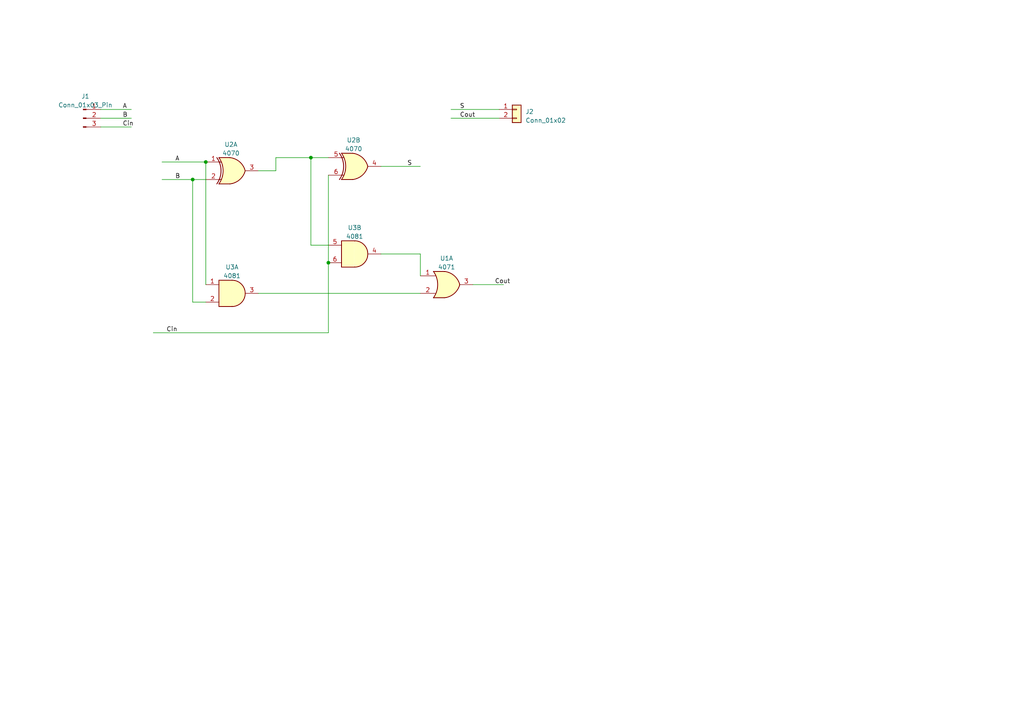
<source format=kicad_sch>
(kicad_sch (version 20230121) (generator eeschema)
  (paper "A4")
  (title_block (title "1 Bit Full Adder") (date "2023-05-14") (rev "1") (company "Designer - Jasmeet Singh Matta"))
  (lib_symbols
    (symbol "4xxx:4070" (pin_names (offset 1.016))
      (property "Reference" "U" (at 0 1.27 0))
      (property "Value" "4070" (at 0 -1.27 0))
      (symbol "4070_1_0"
        (arc (start -4.4196 -3.81) (mid -3.2033 0) (end -4.4196 3.81) (stroke (width 0.254)))
        (arc (start -3.81 -3.81) (mid -2.589 0) (end -3.81 3.81) (stroke (width 0.254)))
        (arc (start -0.6096 -3.81) (mid 2.1842 -2.5851) (end 3.81 0) (stroke (width 0.254)) (fill (type background)))
        (polyline (pts (xy -3.81 -3.81) (xy -0.635 -3.81)) (stroke (width 0.254)) (fill (type background)))
        (polyline (pts (xy -3.81 3.81) (xy -0.635 3.81)) (stroke (width 0.254)) (fill (type background)))
        (polyline (pts (xy -0.635 3.81) (xy -3.81 3.81) (xy -3.81 3.81) (xy -3.556 3.4036) (xy -3.0226 2.2606) (xy -2.6924 1.0414) (xy -2.6162 -0.254) (xy -2.7686 -1.4986) (xy -3.175 -2.7178) (xy -3.81 -3.81) (xy -3.81 -3.81) (xy -0.635 -3.81)) (stroke (width -25.4)) (fill (type background)))
        (arc (start 3.81 0) (mid 2.1915 2.5936) (end -0.6096 3.81) (stroke (width 0.254)) (fill (type background)))
        (pin input line (at -7.62 2.54 0) (length 4.445) (name "~") (number "1"))
        (pin input line (at -7.62 -2.54 0) (length 4.445) (name "~") (number "2"))
        (pin output line (at 7.62 0 180) (length 3.81) (name "~") (number "3"))
      )
      (symbol "4070_1_1"
        (polyline (pts (xy -3.81 -2.54) (xy -3.175 -2.54)) (stroke (width 0.1524)))
        (polyline (pts (xy -3.81 2.54) (xy -3.175 2.54)) (stroke (width 0.1524)))
      )
      (symbol "4070_2_0"
        (arc (start -4.4196 -3.81) (mid -3.2033 0) (end -4.4196 3.81) (stroke (width 0.254)))
        (arc (start -3.81 -3.81) (mid -2.589 0) (end -3.81 3.81) (stroke (width 0.254)))
        (arc (start -0.6096 -3.81) (mid 2.1842 -2.5851) (end 3.81 0) (stroke (width 0.254)) (fill (type background)))
        (polyline (pts (xy -3.81 -3.81) (xy -0.635 -3.81)) (stroke (width 0.254)) (fill (type background)))
        (polyline (pts (xy -3.81 3.81) (xy -0.635 3.81)) (stroke (width 0.254)) (fill (type background)))
        (polyline (pts (xy -0.635 3.81) (xy -3.81 3.81) (xy -3.81 3.81) (xy -3.556 3.4036) (xy -3.0226 2.2606) (xy -2.6924 1.0414) (xy -2.6162 -0.254) (xy -2.7686 -1.4986) (xy -3.175 -2.7178) (xy -3.81 -3.81) (xy -3.81 -3.81) (xy -0.635 -3.81)) (stroke (width -25.4)) (fill (type background)))
        (arc (start 3.81 0) (mid 2.1915 2.5936) (end -0.6096 3.81) (stroke (width 0.254)) (fill (type background)))
        (pin output line (at 7.62 0 180) (length 3.81) (name "~") (number "4"))
        (pin input line (at -7.62 2.54 0) (length 4.445) (name "~") (number "5"))
        (pin input line (at -7.62 -2.54 0) (length 4.445) (name "~") (number "6"))
      )
      (symbol "4070_2_1"
        (polyline (pts (xy -3.81 -2.54) (xy -3.175 -2.54)) (stroke (width 0.1524)))
        (polyline (pts (xy -3.81 2.54) (xy -3.175 2.54)) (stroke (width 0.1524)))
      )
      (symbol "4070_3_0"
        (arc (start -4.4196 -3.81) (mid -3.2033 0) (end -4.4196 3.81) (stroke (width 0.254)))
        (arc (start -3.81 -3.81) (mid -2.589 0) (end -3.81 3.81) (stroke (width 0.254)))
        (arc (start -0.6096 -3.81) (mid 2.1842 -2.5851) (end 3.81 0) (stroke (width 0.254)) (fill (type background)))
        (polyline (pts (xy -3.81 -3.81) (xy -0.635 -3.81)) (stroke (width 0.254)) (fill (type background)))
        (polyline (pts (xy -3.81 3.81) (xy -0.635 3.81)) (stroke (width 0.254)) (fill (type background)))
        (polyline (pts (xy -0.635 3.81) (xy -3.81 3.81) (xy -3.81 3.81) (xy -3.556 3.4036) (xy -3.0226 2.2606) (xy -2.6924 1.0414) (xy -2.6162 -0.254) (xy -2.7686 -1.4986) (xy -3.175 -2.7178) (xy -3.81 -3.81) (xy -3.81 -3.81) (xy -0.635 -3.81)) (stroke (width -25.4)) (fill (type background)))
        (arc (start 3.81 0) (mid 2.1915 2.5936) (end -0.6096 3.81) (stroke (width 0.254)) (fill (type background)))
        (pin output line (at 7.62 0 180) (length 3.81) (name "~") (number "10"))
        (pin input line (at -7.62 2.54 0) (length 4.445) (name "~") (number "8"))
        (pin input line (at -7.62 -2.54 0) (length 4.445) (name "~") (number "9"))
      )
      (symbol "4070_3_1"
        (polyline (pts (xy -3.81 -2.54) (xy -3.175 -2.54)) (stroke (width 0.1524)))
        (polyline (pts (xy -3.81 2.54) (xy -3.175 2.54)) (stroke (width 0.1524)))
      )
      (symbol "4070_4_0"
        (arc (start -4.4196 -3.81) (mid -3.2033 0) (end -4.4196 3.81) (stroke (width 0.254)))
        (arc (start -3.81 -3.81) (mid -2.589 0) (end -3.81 3.81) (stroke (width 0.254)))
        (arc (start -0.6096 -3.81) (mid 2.1842 -2.5851) (end 3.81 0) (stroke (width 0.254)) (fill (type background)))
        (polyline (pts (xy -3.81 -3.81) (xy -0.635 -3.81)) (stroke (width 0.254)) (fill (type background)))
        (polyline (pts (xy -3.81 3.81) (xy -0.635 3.81)) (stroke (width 0.254)) (fill (type background)))
        (polyline (pts (xy -0.635 3.81) (xy -3.81 3.81) (xy -3.81 3.81) (xy -3.556 3.4036) (xy -3.0226 2.2606) (xy -2.6924 1.0414) (xy -2.6162 -0.254) (xy -2.7686 -1.4986) (xy -3.175 -2.7178) (xy -3.81 -3.81) (xy -3.81 -3.81) (xy -0.635 -3.81)) (stroke (width -25.4)) (fill (type background)))
        (arc (start 3.81 0) (mid 2.1915 2.5936) (end -0.6096 3.81) (stroke (width 0.254)) (fill (type background)))
        (pin output line (at 7.62 0 180) (length 3.81) (name "~") (number "11"))
        (pin input line (at -7.62 2.54 0) (length 4.445) (name "~") (number "12"))
        (pin input line (at -7.62 -2.54 0) (length 4.445) (name "~") (number "13"))
      )
      (symbol "4070_4_1"
        (polyline (pts (xy -3.81 -2.54) (xy -3.175 -2.54)) (stroke (width 0.1524)))
        (polyline (pts (xy -3.81 2.54) (xy -3.175 2.54)) (stroke (width 0.1524)))
      )
      (symbol "4070_5_0"
        (pin power_in line (at 0 12.7 270) (length 5.08) (name "VDD") (number "14"))
        (pin power_in line (at 0 -12.7 90) (length 5.08) (name "VSS") (number "7"))
      )
      (symbol "4070_5_1"
        (rectangle (start -5.08 7.62) (end 5.08 -7.62) (stroke (width 0.254)) (fill (type background)))
      )
    )
    (symbol "4xxx:4071" (pin_names (offset 1.016))
      (property "Reference" "U" (at 0 1.27 0))
      (property "Value" "4071" (at 0 -1.27 0))
      (symbol "4071_1_1"
        (arc (start -3.81 -3.81) (mid -2.589 0) (end -3.81 3.81) (stroke (width 0.254)))
        (arc (start -0.6096 -3.81) (mid 2.1842 -2.5851) (end 3.81 0) (stroke (width 0.254)) (fill (type background)))
        (polyline (pts (xy -3.81 -3.81) (xy -0.635 -3.81)) (stroke (width 0.254)) (fill (type background)))
        (polyline (pts (xy -3.81 3.81) (xy -0.635 3.81)) (stroke (width 0.254)) (fill (type background)))
        (polyline (pts (xy -0.635 3.81) (xy -3.81 3.81) (xy -3.81 3.81) (xy -3.556 3.4036) (xy -3.0226 2.2606) (xy -2.6924 1.0414) (xy -2.6162 -0.254) (xy -2.7686 -1.4986) (xy -3.175 -2.7178) (xy -3.81 -3.81) (xy -3.81 -3.81) (xy -0.635 -3.81)) (stroke (width -25.4)) (fill (type background)))
        (arc (start 3.81 0) (mid 2.1915 2.5936) (end -0.6096 3.81) (stroke (width 0.254)) (fill (type background)))
        (pin input line (at -7.62 2.54 0) (length 4.318) (name "~") (number "1"))
        (pin input line (at -7.62 -2.54 0) (length 4.318) (name "~") (number "2"))
        (pin output line (at 7.62 0 180) (length 3.81) (name "~") (number "3"))
      )
      (symbol "4071_1_2"
        (arc (start 0 -3.81) (mid 3.7934 0) (end 0 3.81) (stroke (width 0.254)) (fill (type background)))
        (polyline (pts (xy 0 3.81) (xy -3.81 3.81) (xy -3.81 -3.81) (xy 0 -3.81)) (stroke (width 0.254)) (fill (type background)))
        (pin input inverted (at -7.62 2.54 0) (length 3.81) (name "~") (number "1"))
        (pin input inverted (at -7.62 -2.54 0) (length 3.81) (name "~") (number "2"))
        (pin output inverted (at 7.62 0 180) (length 3.81) (name "~") (number "3"))
      )
      (symbol "4071_2_1"
        (arc (start -3.81 -3.81) (mid -2.589 0) (end -3.81 3.81) (stroke (width 0.254)))
        (arc (start -0.6096 -3.81) (mid 2.1842 -2.5851) (end 3.81 0) (stroke (width 0.254)) (fill (type background)))
        (polyline (pts (xy -3.81 -3.81) (xy -0.635 -3.81)) (stroke (width 0.254)) (fill (type background)))
        (polyline (pts (xy -3.81 3.81) (xy -0.635 3.81)) (stroke (width 0.254)) (fill (type background)))
        (polyline (pts (xy -0.635 3.81) (xy -3.81 3.81) (xy -3.81 3.81) (xy -3.556 3.4036) (xy -3.0226 2.2606) (xy -2.6924 1.0414) (xy -2.6162 -0.254) (xy -2.7686 -1.4986) (xy -3.175 -2.7178) (xy -3.81 -3.81) (xy -3.81 -3.81) (xy -0.635 -3.81)) (stroke (width -25.4)) (fill (type background)))
        (arc (start 3.81 0) (mid 2.1915 2.5936) (end -0.6096 3.81) (stroke (width 0.254)) (fill (type background)))
        (pin output line (at 7.62 0 180) (length 3.81) (name "~") (number "4"))
        (pin input line (at -7.62 2.54 0) (length 4.318) (name "~") (number "5"))
        (pin input line (at -7.62 -2.54 0) (length 4.318) (name "~") (number "6"))
      )
      (symbol "4071_2_2"
        (arc (start 0 -3.81) (mid 3.7934 0) (end 0 3.81) (stroke (width 0.254)) (fill (type background)))
        (polyline (pts (xy 0 3.81) (xy -3.81 3.81) (xy -3.81 -3.81) (xy 0 -3.81)) (stroke (width 0.254)) (fill (type background)))
        (pin output inverted (at 7.62 0 180) (length 3.81) (name "~") (number "4"))
        (pin input inverted (at -7.62 2.54 0) (length 3.81) (name "~") (number "5"))
        (pin input inverted (at -7.62 -2.54 0) (length 3.81) (name "~") (number "6"))
      )
      (symbol "4071_3_1"
        (arc (start -3.81 -3.81) (mid -2.589 0) (end -3.81 3.81) (stroke (width 0.254)))
        (arc (start -0.6096 -3.81) (mid 2.1842 -2.5851) (end 3.81 0) (stroke (width 0.254)) (fill (type background)))
        (polyline (pts (xy -3.81 -3.81) (xy -0.635 -3.81)) (stroke (width 0.254)) (fill (type background)))
        (polyline (pts (xy -3.81 3.81) (xy -0.635 3.81)) (stroke (width 0.254)) (fill (type background)))
        (polyline (pts (xy -0.635 3.81) (xy -3.81 3.81) (xy -3.81 3.81) (xy -3.556 3.4036) (xy -3.0226 2.2606) (xy -2.6924 1.0414) (xy -2.6162 -0.254) (xy -2.7686 -1.4986) (xy -3.175 -2.7178) (xy -3.81 -3.81) (xy -3.81 -3.81) (xy -0.635 -3.81)) (stroke (width -25.4)) (fill (type background)))
        (arc (start 3.81 0) (mid 2.1915 2.5936) (end -0.6096 3.81) (stroke (width 0.254)) (fill (type background)))
        (pin output line (at 7.62 0 180) (length 3.81) (name "~") (number "10"))
        (pin input line (at -7.62 2.54 0) (length 4.318) (name "~") (number "8"))
        (pin input line (at -7.62 -2.54 0) (length 4.318) (name "~") (number "9"))
      )
      (symbol "4071_3_2"
        (arc (start 0 -3.81) (mid 3.7934 0) (end 0 3.81) (stroke (width 0.254)) (fill (type background)))
        (polyline (pts (xy 0 3.81) (xy -3.81 3.81) (xy -3.81 -3.81) (xy 0 -3.81)) (stroke (width 0.254)) (fill (type background)))
        (pin output inverted (at 7.62 0 180) (length 3.81) (name "~") (number "10"))
        (pin input inverted (at -7.62 2.54 0) (length 3.81) (name "~") (number "8"))
        (pin input inverted (at -7.62 -2.54 0) (length 3.81) (name "~") (number "9"))
      )
      (symbol "4071_4_1"
        (arc (start -3.81 -3.81) (mid -2.589 0) (end -3.81 3.81) (stroke (width 0.254)))
        (arc (start -0.6096 -3.81) (mid 2.1842 -2.5851) (end 3.81 0) (stroke (width 0.254)) (fill (type background)))
        (polyline (pts (xy -3.81 -3.81) (xy -0.635 -3.81)) (stroke (width 0.254)) (fill (type background)))
        (polyline (pts (xy -3.81 3.81) (xy -0.635 3.81)) (stroke (width 0.254)) (fill (type background)))
        (polyline (pts (xy -0.635 3.81) (xy -3.81 3.81) (xy -3.81 3.81) (xy -3.556 3.4036) (xy -3.0226 2.2606) (xy -2.6924 1.0414) (xy -2.6162 -0.254) (xy -2.7686 -1.4986) (xy -3.175 -2.7178) (xy -3.81 -3.81) (xy -3.81 -3.81) (xy -0.635 -3.81)) (stroke (width -25.4)) (fill (type background)))
        (arc (start 3.81 0) (mid 2.1915 2.5936) (end -0.6096 3.81) (stroke (width 0.254)) (fill (type background)))
        (pin output line (at 7.62 0 180) (length 3.81) (name "~") (number "11"))
        (pin input line (at -7.62 2.54 0) (length 4.318) (name "~") (number "12"))
        (pin input line (at -7.62 -2.54 0) (length 4.318) (name "~") (number "13"))
      )
      (symbol "4071_4_2"
        (arc (start 0 -3.81) (mid 3.7934 0) (end 0 3.81) (stroke (width 0.254)) (fill (type background)))
        (polyline (pts (xy 0 3.81) (xy -3.81 3.81) (xy -3.81 -3.81) (xy 0 -3.81)) (stroke (width 0.254)) (fill (type background)))
        (pin output inverted (at 7.62 0 180) (length 3.81) (name "~") (number "11"))
        (pin input inverted (at -7.62 2.54 0) (length 3.81) (name "~") (number "12"))
        (pin input inverted (at -7.62 -2.54 0) (length 3.81) (name "~") (number "13"))
      )
      (symbol "4071_5_0"
        (pin power_in line (at 0 12.7 270) (length 5.08) (name "VDD") (number "14"))
        (pin power_in line (at 0 -12.7 90) (length 5.08) (name "VSS") (number "7"))
      )
      (symbol "4071_5_1"
        (rectangle (start -5.08 7.62) (end 5.08 -7.62) (stroke (width 0.254)) (fill (type background)))
      )
    )
    (symbol "4xxx:4081" (pin_names (offset 1.016))
      (property "Reference" "U" (at 0 1.27 0))
      (property "Value" "4081" (at 0 -1.27 0))
      (symbol "4081_1_1"
        (arc (start 0 -3.81) (mid 3.7934 0) (end 0 3.81) (stroke (width 0.254)) (fill (type background)))
        (polyline (pts (xy 0 3.81) (xy -3.81 3.81) (xy -3.81 -3.81) (xy 0 -3.81)) (stroke (width 0.254)) (fill (type background)))
        (pin input line (at -7.62 2.54 0) (length 3.81) (name "~") (number "1"))
        (pin input line (at -7.62 -2.54 0) (length 3.81) (name "~") (number "2"))
        (pin output line (at 7.62 0 180) (length 3.81) (name "~") (number "3"))
      )
      (symbol "4081_1_2"
        (arc (start -3.81 -3.81) (mid -2.589 0) (end -3.81 3.81) (stroke (width 0.254)))
        (arc (start -0.6096 -3.81) (mid 2.1842 -2.5851) (end 3.81 0) (stroke (width 0.254)) (fill (type background)))
        (polyline (pts (xy -3.81 -3.81) (xy -0.635 -3.81)) (stroke (width 0.254)) (fill (type background)))
        (polyline (pts (xy -3.81 3.81) (xy -0.635 3.81)) (stroke (width 0.254)) (fill (type background)))
        (polyline (pts (xy -0.635 3.81) (xy -3.81 3.81) (xy -3.81 3.81) (xy -3.556 3.4036) (xy -3.0226 2.2606) (xy -2.6924 1.0414) (xy -2.6162 -0.254) (xy -2.7686 -1.4986) (xy -3.175 -2.7178) (xy -3.81 -3.81) (xy -3.81 -3.81) (xy -0.635 -3.81)) (stroke (width -25.4)) (fill (type background)))
        (arc (start 3.81 0) (mid 2.1915 2.5936) (end -0.6096 3.81) (stroke (width 0.254)) (fill (type background)))
        (pin input inverted (at -7.62 2.54 0) (length 4.318) (name "~") (number "1"))
        (pin input inverted (at -7.62 -2.54 0) (length 4.318) (name "~") (number "2"))
        (pin output inverted (at 7.62 0 180) (length 3.81) (name "~") (number "3"))
      )
      (symbol "4081_2_1"
        (arc (start 0 -3.81) (mid 3.7934 0) (end 0 3.81) (stroke (width 0.254)) (fill (type background)))
        (polyline (pts (xy 0 3.81) (xy -3.81 3.81) (xy -3.81 -3.81) (xy 0 -3.81)) (stroke (width 0.254)) (fill (type background)))
        (pin output line (at 7.62 0 180) (length 3.81) (name "~") (number "4"))
        (pin input line (at -7.62 2.54 0) (length 3.81) (name "~") (number "5"))
        (pin input line (at -7.62 -2.54 0) (length 3.81) (name "~") (number "6"))
      )
      (symbol "4081_2_2"
        (arc (start -3.81 -3.81) (mid -2.589 0) (end -3.81 3.81) (stroke (width 0.254)))
        (arc (start -0.6096 -3.81) (mid 2.1842 -2.5851) (end 3.81 0) (stroke (width 0.254)) (fill (type background)))
        (polyline (pts (xy -3.81 -3.81) (xy -0.635 -3.81)) (stroke (width 0.254)) (fill (type background)))
        (polyline (pts (xy -3.81 3.81) (xy -0.635 3.81)) (stroke (width 0.254)) (fill (type background)))
        (polyline (pts (xy -0.635 3.81) (xy -3.81 3.81) (xy -3.81 3.81) (xy -3.556 3.4036) (xy -3.0226 2.2606) (xy -2.6924 1.0414) (xy -2.6162 -0.254) (xy -2.7686 -1.4986) (xy -3.175 -2.7178) (xy -3.81 -3.81) (xy -3.81 -3.81) (xy -0.635 -3.81)) (stroke (width -25.4)) (fill (type background)))
        (arc (start 3.81 0) (mid 2.1915 2.5936) (end -0.6096 3.81) (stroke (width 0.254)) (fill (type background)))
        (pin output inverted (at 7.62 0 180) (length 3.81) (name "~") (number "4"))
        (pin input inverted (at -7.62 2.54 0) (length 4.318) (name "~") (number "5"))
        (pin input inverted (at -7.62 -2.54 0) (length 4.318) (name "~") (number "6"))
      )
      (symbol "4081_3_1"
        (arc (start 0 -3.81) (mid 3.7934 0) (end 0 3.81) (stroke (width 0.254)) (fill (type background)))
        (polyline (pts (xy 0 3.81) (xy -3.81 3.81) (xy -3.81 -3.81) (xy 0 -3.81)) (stroke (width 0.254)) (fill (type background)))
        (pin output line (at 7.62 0 180) (length 3.81) (name "~") (number "10"))
        (pin input line (at -7.62 2.54 0) (length 3.81) (name "~") (number "8"))
        (pin input line (at -7.62 -2.54 0) (length 3.81) (name "~") (number "9"))
      )
      (symbol "4081_3_2"
        (arc (start -3.81 -3.81) (mid -2.589 0) (end -3.81 3.81) (stroke (width 0.254)))
        (arc (start -0.6096 -3.81) (mid 2.1842 -2.5851) (end 3.81 0) (stroke (width 0.254)) (fill (type background)))
        (polyline (pts (xy -3.81 -3.81) (xy -0.635 -3.81)) (stroke (width 0.254)) (fill (type background)))
        (polyline (pts (xy -3.81 3.81) (xy -0.635 3.81)) (stroke (width 0.254)) (fill (type background)))
        (polyline (pts (xy -0.635 3.81) (xy -3.81 3.81) (xy -3.81 3.81) (xy -3.556 3.4036) (xy -3.0226 2.2606) (xy -2.6924 1.0414) (xy -2.6162 -0.254) (xy -2.7686 -1.4986) (xy -3.175 -2.7178) (xy -3.81 -3.81) (xy -3.81 -3.81) (xy -0.635 -3.81)) (stroke (width -25.4)) (fill (type background)))
        (arc (start 3.81 0) (mid 2.1915 2.5936) (end -0.6096 3.81) (stroke (width 0.254)) (fill (type background)))
        (pin output inverted (at 7.62 0 180) (length 3.81) (name "~") (number "10"))
        (pin input inverted (at -7.62 2.54 0) (length 4.318) (name "~") (number "8"))
        (pin input inverted (at -7.62 -2.54 0) (length 4.318) (name "~") (number "9"))
      )
      (symbol "4081_4_1"
        (arc (start 0 -3.81) (mid 3.7934 0) (end 0 3.81) (stroke (width 0.254)) (fill (type background)))
        (polyline (pts (xy 0 3.81) (xy -3.81 3.81) (xy -3.81 -3.81) (xy 0 -3.81)) (stroke (width 0.254)) (fill (type background)))
        (pin output line (at 7.62 0 180) (length 3.81) (name "~") (number "11"))
        (pin input line (at -7.62 2.54 0) (length 3.81) (name "~") (number "12"))
        (pin input line (at -7.62 -2.54 0) (length 3.81) (name "~") (number "13"))
      )
      (symbol "4081_4_2"
        (arc (start -3.81 -3.81) (mid -2.589 0) (end -3.81 3.81) (stroke (width 0.254)))
        (arc (start -0.6096 -3.81) (mid 2.1842 -2.5851) (end 3.81 0) (stroke (width 0.254)) (fill (type background)))
        (polyline (pts (xy -3.81 -3.81) (xy -0.635 -3.81)) (stroke (width 0.254)) (fill (type background)))
        (polyline (pts (xy -3.81 3.81) (xy -0.635 3.81)) (stroke (width 0.254)) (fill (type background)))
        (polyline (pts (xy -0.635 3.81) (xy -3.81 3.81) (xy -3.81 3.81) (xy -3.556 3.4036) (xy -3.0226 2.2606) (xy -2.6924 1.0414) (xy -2.6162 -0.254) (xy -2.7686 -1.4986) (xy -3.175 -2.7178) (xy -3.81 -3.81) (xy -3.81 -3.81) (xy -0.635 -3.81)) (stroke (width -25.4)) (fill (type background)))
        (arc (start 3.81 0) (mid 2.1915 2.5936) (end -0.6096 3.81) (stroke (width 0.254)) (fill (type background)))
        (pin output inverted (at 7.62 0 180) (length 3.81) (name "~") (number "11"))
        (pin input inverted (at -7.62 2.54 0) (length 4.318) (name "~") (number "12"))
        (pin input inverted (at -7.62 -2.54 0) (length 4.318) (name "~") (number "13"))
      )
      (symbol "4081_5_0"
        (pin power_in line (at 0 12.7 270) (length 5.08) (name "VDD") (number "14"))
        (pin power_in line (at 0 -12.7 90) (length 5.08) (name "VSS") (number "7"))
      )
      (symbol "4081_5_1"
        (rectangle (start -5.08 7.62) (end 5.08 -7.62) (stroke (width 0.254)) (fill (type background)))
      )
    )
    (symbol "Connector:Conn_01x03_Pin" (pin_names (offset 1.016) hide)
      (property "Reference" "J" (at 0 5.08 0))
      (property "Value" "Conn_01x03_Pin" (at 0 -5.08 0))
      (symbol "Conn_01x03_Pin_1_1"
        (polyline (pts (xy 1.27 -2.54) (xy 0.8636 -2.54)) (stroke (width 0.1524)))
        (polyline (pts (xy 1.27 0) (xy 0.8636 0)) (stroke (width 0.1524)))
        (polyline (pts (xy 1.27 2.54) (xy 0.8636 2.54)) (stroke (width 0.1524)))
        (rectangle (start 0.8636 -2.413) (end 0 -2.667) (stroke (width 0.1524)) (fill (type outline)))
        (rectangle (start 0.8636 0.127) (end 0 -0.127) (stroke (width 0.1524)) (fill (type outline)))
        (rectangle (start 0.8636 2.667) (end 0 2.413) (stroke (width 0.1524)) (fill (type outline)))
        (pin passive line (at 5.08 2.54 180) (length 3.81) (name "Pin_1") (number "1"))
        (pin passive line (at 5.08 0 180) (length 3.81) (name "Pin_2") (number "2"))
        (pin passive line (at 5.08 -2.54 180) (length 3.81) (name "Pin_3") (number "3"))
      )
    )
    (symbol "Connector_Generic:Conn_01x02" (pin_names (offset 1.016) hide)
      (property "Reference" "J" (at 0 2.54 0))
      (property "Value" "Conn_01x02" (at 0 -5.08 0))
      (symbol "Conn_01x02_1_1"
        (rectangle (start -1.27 -2.413) (end 0 -2.667) (stroke (width 0.1524)))
        (rectangle (start -1.27 0.127) (end 0 -0.127) (stroke (width 0.1524)))
        (rectangle (start -1.27 1.27) (end 1.27 -3.81) (stroke (width 0.254)) (fill (type background)))
        (pin passive line (at -5.08 0 0) (length 3.81) (name "Pin_1") (number "1"))
        (pin passive line (at -5.08 -2.54 0) (length 3.81) (name "Pin_2") (number "2"))
      )
    )
  )
  (junction (at 90.17 45.72))
  (junction (at 59.69 46.99))
  (junction (at 95.25 76.2))
  (junction (at 55.88 52.07))
  (wire (pts (xy 55.88 52.07) (xy 55.88 87.63)))
  (wire (pts (xy 74.93 85.09) (xy 121.92 85.09)))
  (wire (pts (xy 29.21 34.29) (xy 38.1 34.29)))
  (wire (pts (xy 137.16 82.55) (xy 146.05 82.55)))
  (wire (pts (xy 74.93 49.53) (xy 80.01 49.53)))
  (wire (pts (xy 90.17 71.12) (xy 90.17 45.72)))
  (wire (pts (xy 90.17 45.72) (xy 80.01 45.72)))
  (wire (pts (xy 95.25 50.8) (xy 95.25 76.2)))
  (wire (pts (xy 59.69 46.99) (xy 59.69 82.55)))
  (wire (pts (xy 55.88 52.07) (xy 59.69 52.07)))
  (wire (pts (xy 29.21 36.83) (xy 38.1 36.83)))
  (wire (pts (xy 110.49 48.26) (xy 121.92 48.26)))
  (wire (pts (xy 80.01 49.53) (xy 80.01 45.72)))
  (wire (pts (xy 121.92 73.66) (xy 121.92 80.01)))
  (wire (pts (xy 110.49 73.66) (xy 121.92 73.66)))
  (wire (pts (xy 95.25 76.2) (xy 95.25 96.52)))
  (wire (pts (xy 46.99 46.99) (xy 59.69 46.99)))
  (wire (pts (xy 59.69 87.63) (xy 55.88 87.63)))
  (wire (pts (xy 44.45 96.52) (xy 95.25 96.52)))
  (wire (pts (xy 130.81 31.75) (xy 144.78 31.75)))
  (wire (pts (xy 95.25 71.12) (xy 90.17 71.12)))
  (wire (pts (xy 95.25 45.72) (xy 90.17 45.72)))
  (wire (pts (xy 46.99 52.07) (xy 55.88 52.07)))
  (wire (pts (xy 130.81 34.29) (xy 144.78 34.29)))
  (wire (pts (xy 29.21 31.75) (xy 38.1 31.75)))
  (label "A" (at 50.8 46.99 0))
  (label "Cout" (at 133.35 34.29 0))
  (label "Cin" (at 35.56 36.83 0))
  (label "B" (at 50.8 52.07 0))
  (label "B" (at 35.56 34.29 0))
  (label "Cin" (at 48.26 96.52 0))
  (label "Cout" (at 143.51 82.55 0))
  (label "A" (at 35.56 31.75 0))
  (label "S" (at 133.35 31.75 0))
  (label "S" (at 118.11 48.26 0))
  (symbol (lib_id "Connector_Generic:Conn_01x02") (at 149.86 31.75 0) (unit 1)
    (property "Reference" "J2" (at 152.4 32.385 0) (effects (justify left)))
    (property "Value" "Conn_01x02" (at 152.4 34.925 0) (effects (justify left)))
  )
  (symbol (lib_id "4xxx:4070") (at 102.87 48.26 0) (unit 2)
    (property "Reference" "U2" (at 102.5652 40.64 0))
    (property "Value" "4070" (at 102.5652 43.18 0))
    (property "Datasheet" "http://www.intersil.com/content/dam/Intersil/documents/cd40/cd4070bms-77bms.pdf" (effects hide))
  )
  (symbol (lib_id "4xxx:4070") (at 67.31 49.53 0) (unit 1)
    (property "Reference" "U2" (at 67.0052 41.91 0))
    (property "Value" "4070" (at 67.0052 44.45 0))
    (property "Datasheet" "http://www.intersil.com/content/dam/Intersil/documents/cd40/cd4070bms-77bms.pdf" (effects hide))
  )
  (symbol (lib_id "4xxx:4081") (at 102.87 73.66 0) (unit 2)
    (property "Reference" "U3" (at 102.8617 66.04 0))
    (property "Value" "4081" (at 102.8617 68.58 0))
    (property "Datasheet" "http://www.intersil.com/content/dam/Intersil/documents/cd40/cd4073bms-81bms-82bms.pdf" (effects hide))
  )
  (symbol (lib_id "Connector:Conn_01x03_Pin") (at 24.13 34.29 0) (unit 1)
    (property "Reference" "J1" (at 24.765 27.94 0))
    (property "Value" "Conn_01x03_Pin" (at 24.765 30.48 0))
  )
  (symbol (lib_id "4xxx:4081") (at 67.31 85.09 0) (unit 1)
    (property "Reference" "U3" (at 67.3017 77.47 0))
    (property "Value" "4081" (at 67.3017 80.01 0))
    (property "Datasheet" "http://www.intersil.com/content/dam/Intersil/documents/cd40/cd4073bms-81bms-82bms.pdf" (effects hide))
  )
  (symbol (lib_id "4xxx:4071") (at 129.54 82.55 0) (unit 1)
    (property "Reference" "U1" (at 129.54 74.93 0))
    (property "Value" "4071" (at 129.54 77.47 0))
    (property "Datasheet" "http://www.intersil.com/content/dam/Intersil/documents/cd40/cd4071bms-72bms-75bms.pdf" (effects hide))
  )
)
</source>
